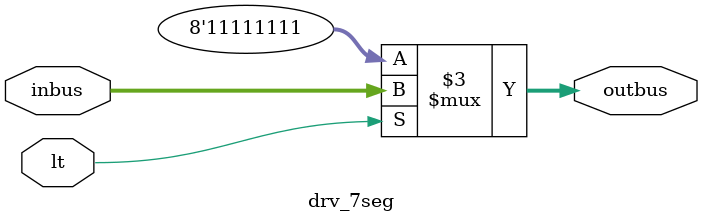
<source format=v>
module drv_7seg(
    lt,
    inbus,
    outbus
    );

    input               lt;
    input       [7:0]   inbus;
    output  reg [7:0]   outbus;

    always @(lt,inbus) begin : drv_7seg
        if(lt) begin
            outbus<=inbus;
        end else begin
            outbus<=8'b11111111; 
        end
    end

endmodule // drv_7seg
</source>
